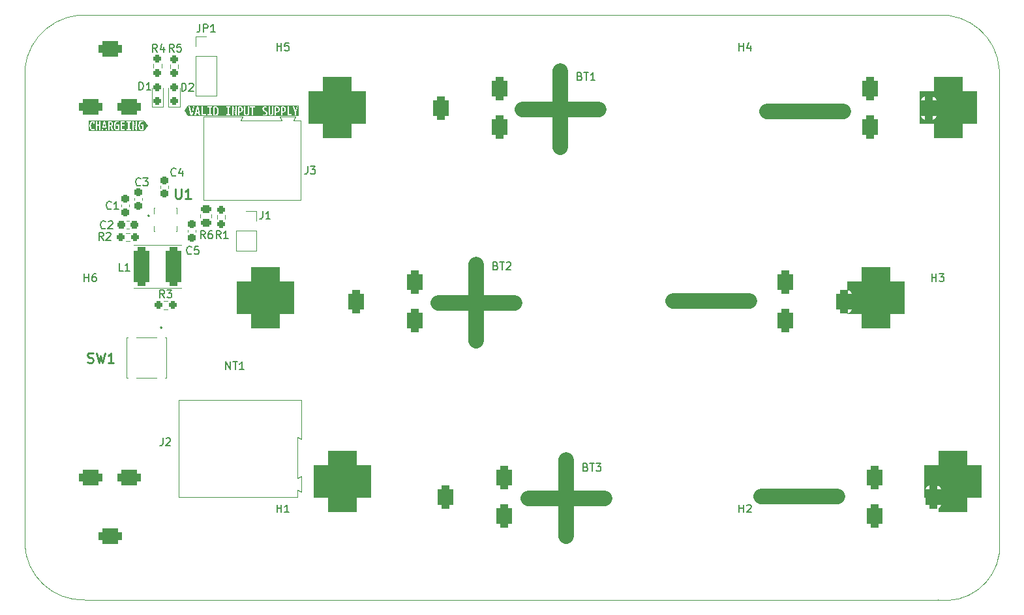
<source format=gbr>
%TF.GenerationSoftware,KiCad,Pcbnew,(6.0.7)*%
%TF.CreationDate,2022-11-15T15:08:31+02:00*%
%TF.ProjectId,Cell_Holder_Board,43656c6c-5f48-46f6-9c64-65725f426f61,rev?*%
%TF.SameCoordinates,Original*%
%TF.FileFunction,Legend,Top*%
%TF.FilePolarity,Positive*%
%FSLAX46Y46*%
G04 Gerber Fmt 4.6, Leading zero omitted, Abs format (unit mm)*
G04 Created by KiCad (PCBNEW (6.0.7)) date 2022-11-15 15:08:31*
%MOMM*%
%LPD*%
G01*
G04 APERTURE LIST*
G04 Aperture macros list*
%AMRoundRect*
0 Rectangle with rounded corners*
0 $1 Rounding radius*
0 $2 $3 $4 $5 $6 $7 $8 $9 X,Y pos of 4 corners*
0 Add a 4 corners polygon primitive as box body*
4,1,4,$2,$3,$4,$5,$6,$7,$8,$9,$2,$3,0*
0 Add four circle primitives for the rounded corners*
1,1,$1+$1,$2,$3*
1,1,$1+$1,$4,$5*
1,1,$1+$1,$6,$7*
1,1,$1+$1,$8,$9*
0 Add four rect primitives between the rounded corners*
20,1,$1+$1,$2,$3,$4,$5,0*
20,1,$1+$1,$4,$5,$6,$7,0*
20,1,$1+$1,$6,$7,$8,$9,0*
20,1,$1+$1,$8,$9,$2,$3,0*%
G04 Aperture macros list end*
%TA.AperFunction,Profile*%
%ADD10C,0.100000*%
%TD*%
%ADD11C,0.150000*%
%ADD12C,0.254000*%
%ADD13C,2.000000*%
%ADD14C,0.120000*%
%ADD15C,0.100000*%
%ADD16C,0.200000*%
%ADD17C,3.600000*%
%ADD18C,5.700000*%
%ADD19RoundRect,0.237500X-0.237500X0.250000X-0.237500X-0.250000X0.237500X-0.250000X0.237500X0.250000X0*%
%ADD20R,1.700000X1.700000*%
%ADD21O,1.700000X1.700000*%
%ADD22RoundRect,0.237500X-0.237500X0.300000X-0.237500X-0.300000X0.237500X-0.300000X0.237500X0.300000X0*%
%ADD23RoundRect,0.237500X-0.250000X-0.237500X0.250000X-0.237500X0.250000X0.237500X-0.250000X0.237500X0*%
%ADD24RoundRect,0.237500X0.237500X-0.300000X0.237500X0.300000X-0.237500X0.300000X-0.237500X-0.300000X0*%
%ADD25RoundRect,0.237500X0.237500X-0.250000X0.237500X0.250000X-0.237500X0.250000X-0.237500X-0.250000X0*%
%ADD26RoundRect,0.237500X0.300000X0.237500X-0.300000X0.237500X-0.300000X-0.237500X0.300000X-0.237500X0*%
%ADD27RoundRect,0.500000X-0.500000X-2.050000X0.500000X-2.050000X0.500000X2.050000X-0.500000X2.050000X0*%
%ADD28R,1.300000X0.250000*%
%ADD29R,0.250000X0.700000*%
%ADD30RoundRect,0.237500X0.237500X-0.287500X0.237500X0.287500X-0.237500X0.287500X-0.237500X-0.287500X0*%
%ADD31R,1.980000X3.960000*%
%ADD32O,1.980000X3.960000*%
%ADD33R,3.960000X1.980000*%
%ADD34O,3.960000X1.980000*%
%ADD35RoundRect,0.250000X-0.450000X0.262500X-0.450000X-0.262500X0.450000X-0.262500X0.450000X0.262500X0*%
%ADD36R,0.700000X1.000000*%
%ADD37C,2.450000*%
%ADD38RoundRect,1.875000X-1.875000X-2.125000X1.875000X-2.125000X1.875000X2.125000X-1.875000X2.125000X0*%
%ADD39RoundRect,0.500000X1.000000X0.500000X-1.000000X0.500000X-1.000000X-0.500000X1.000000X-0.500000X0*%
%ADD40RoundRect,0.500000X-1.000000X-0.500000X1.000000X-0.500000X1.000000X0.500000X-1.000000X0.500000X0*%
%ADD41RoundRect,0.500000X-0.500000X1.000000X-0.500000X-1.000000X0.500000X-1.000000X0.500000X1.000000X0*%
%ADD42RoundRect,0.500000X0.500000X-1.000000X0.500000X1.000000X-0.500000X1.000000X-0.500000X-1.000000X0*%
G04 APERTURE END LIST*
D10*
X157658800Y-34927400D02*
X47658800Y-34927400D01*
X165658800Y-104927400D02*
X165658800Y-41927400D01*
X157658800Y-110927402D02*
G75*
G03*
X165658800Y-104927400I1010310J6986252D01*
G01*
X39158800Y-41927400D02*
X39158800Y-103677400D01*
X165658813Y-41927399D02*
G75*
G03*
X157658800Y-34927400I-7530713J-535101D01*
G01*
X39158800Y-103677400D02*
G75*
G03*
X46908800Y-110927400I7563800J318200D01*
G01*
X46908800Y-110927400D02*
X157658800Y-110927400D01*
X47658801Y-34927391D02*
G75*
G03*
X39158800Y-41927400I-731661J-7772269D01*
G01*
D11*
%TO.C,H6*%
X46896895Y-69529780D02*
X46896895Y-68529780D01*
X46896895Y-69005971D02*
X47468323Y-69005971D01*
X47468323Y-69529780D02*
X47468323Y-68529780D01*
X48373085Y-68529780D02*
X48182609Y-68529780D01*
X48087371Y-68577400D01*
X48039752Y-68625019D01*
X47944514Y-68767876D01*
X47896895Y-68958352D01*
X47896895Y-69339304D01*
X47944514Y-69434542D01*
X47992133Y-69482161D01*
X48087371Y-69529780D01*
X48277847Y-69529780D01*
X48373085Y-69482161D01*
X48420704Y-69434542D01*
X48468323Y-69339304D01*
X48468323Y-69101209D01*
X48420704Y-69005971D01*
X48373085Y-68958352D01*
X48277847Y-68910733D01*
X48087371Y-68910733D01*
X47992133Y-68958352D01*
X47944514Y-69005971D01*
X47896895Y-69101209D01*
%TO.C,R1*%
X64603333Y-63952380D02*
X64270000Y-63476190D01*
X64031904Y-63952380D02*
X64031904Y-62952380D01*
X64412857Y-62952380D01*
X64508095Y-63000000D01*
X64555714Y-63047619D01*
X64603333Y-63142857D01*
X64603333Y-63285714D01*
X64555714Y-63380952D01*
X64508095Y-63428571D01*
X64412857Y-63476190D01*
X64031904Y-63476190D01*
X65555714Y-63952380D02*
X64984285Y-63952380D01*
X65270000Y-63952380D02*
X65270000Y-62952380D01*
X65174761Y-63095238D01*
X65079523Y-63190476D01*
X64984285Y-63238095D01*
%TO.C,JP1*%
X61879266Y-36111380D02*
X61879266Y-36825666D01*
X61831647Y-36968523D01*
X61736409Y-37063761D01*
X61593552Y-37111380D01*
X61498314Y-37111380D01*
X62355457Y-37111380D02*
X62355457Y-36111380D01*
X62736409Y-36111380D01*
X62831647Y-36159000D01*
X62879266Y-36206619D01*
X62926885Y-36301857D01*
X62926885Y-36444714D01*
X62879266Y-36539952D01*
X62831647Y-36587571D01*
X62736409Y-36635190D01*
X62355457Y-36635190D01*
X63879266Y-37111380D02*
X63307838Y-37111380D01*
X63593552Y-37111380D02*
X63593552Y-36111380D01*
X63498314Y-36254238D01*
X63403076Y-36349476D01*
X63307838Y-36397095D01*
%TO.C,C5*%
X60793333Y-65889142D02*
X60745714Y-65936761D01*
X60602857Y-65984380D01*
X60507619Y-65984380D01*
X60364761Y-65936761D01*
X60269523Y-65841523D01*
X60221904Y-65746285D01*
X60174285Y-65555809D01*
X60174285Y-65412952D01*
X60221904Y-65222476D01*
X60269523Y-65127238D01*
X60364761Y-65032000D01*
X60507619Y-64984380D01*
X60602857Y-64984380D01*
X60745714Y-65032000D01*
X60793333Y-65079619D01*
X61698095Y-64984380D02*
X61221904Y-64984380D01*
X61174285Y-65460571D01*
X61221904Y-65412952D01*
X61317142Y-65365333D01*
X61555238Y-65365333D01*
X61650476Y-65412952D01*
X61698095Y-65460571D01*
X61745714Y-65555809D01*
X61745714Y-65793904D01*
X61698095Y-65889142D01*
X61650476Y-65936761D01*
X61555238Y-65984380D01*
X61317142Y-65984380D01*
X61221904Y-65936761D01*
X61174285Y-65889142D01*
%TO.C,R2*%
X49363333Y-64155580D02*
X49030000Y-63679390D01*
X48791904Y-64155580D02*
X48791904Y-63155580D01*
X49172857Y-63155580D01*
X49268095Y-63203200D01*
X49315714Y-63250819D01*
X49363333Y-63346057D01*
X49363333Y-63488914D01*
X49315714Y-63584152D01*
X49268095Y-63631771D01*
X49172857Y-63679390D01*
X48791904Y-63679390D01*
X49744285Y-63250819D02*
X49791904Y-63203200D01*
X49887142Y-63155580D01*
X50125238Y-63155580D01*
X50220476Y-63203200D01*
X50268095Y-63250819D01*
X50315714Y-63346057D01*
X50315714Y-63441295D01*
X50268095Y-63584152D01*
X49696666Y-64155580D01*
X50315714Y-64155580D01*
%TO.C,H5*%
X71896895Y-39529780D02*
X71896895Y-38529780D01*
X71896895Y-39005971D02*
X72468323Y-39005971D01*
X72468323Y-39529780D02*
X72468323Y-38529780D01*
X73420704Y-38529780D02*
X72944514Y-38529780D01*
X72896895Y-39005971D01*
X72944514Y-38958352D01*
X73039752Y-38910733D01*
X73277847Y-38910733D01*
X73373085Y-38958352D01*
X73420704Y-39005971D01*
X73468323Y-39101209D01*
X73468323Y-39339304D01*
X73420704Y-39434542D01*
X73373085Y-39482161D01*
X73277847Y-39529780D01*
X73039752Y-39529780D01*
X72944514Y-39482161D01*
X72896895Y-39434542D01*
%TO.C,H2*%
X131896895Y-99529780D02*
X131896895Y-98529780D01*
X131896895Y-99005971D02*
X132468323Y-99005971D01*
X132468323Y-99529780D02*
X132468323Y-98529780D01*
X132896895Y-98625019D02*
X132944514Y-98577400D01*
X133039752Y-98529780D01*
X133277847Y-98529780D01*
X133373085Y-98577400D01*
X133420704Y-98625019D01*
X133468323Y-98720257D01*
X133468323Y-98815495D01*
X133420704Y-98958352D01*
X132849276Y-99529780D01*
X133468323Y-99529780D01*
%TO.C,C3*%
X54189333Y-56999142D02*
X54141714Y-57046761D01*
X53998857Y-57094380D01*
X53903619Y-57094380D01*
X53760761Y-57046761D01*
X53665523Y-56951523D01*
X53617904Y-56856285D01*
X53570285Y-56665809D01*
X53570285Y-56522952D01*
X53617904Y-56332476D01*
X53665523Y-56237238D01*
X53760761Y-56142000D01*
X53903619Y-56094380D01*
X53998857Y-56094380D01*
X54141714Y-56142000D01*
X54189333Y-56189619D01*
X54522666Y-56094380D02*
X55141714Y-56094380D01*
X54808380Y-56475333D01*
X54951238Y-56475333D01*
X55046476Y-56522952D01*
X55094095Y-56570571D01*
X55141714Y-56665809D01*
X55141714Y-56903904D01*
X55094095Y-56999142D01*
X55046476Y-57046761D01*
X54951238Y-57094380D01*
X54665523Y-57094380D01*
X54570285Y-57046761D01*
X54522666Y-56999142D01*
%TO.C,R5*%
X58507333Y-39695380D02*
X58174000Y-39219190D01*
X57935904Y-39695380D02*
X57935904Y-38695380D01*
X58316857Y-38695380D01*
X58412095Y-38743000D01*
X58459714Y-38790619D01*
X58507333Y-38885857D01*
X58507333Y-39028714D01*
X58459714Y-39123952D01*
X58412095Y-39171571D01*
X58316857Y-39219190D01*
X57935904Y-39219190D01*
X59412095Y-38695380D02*
X58935904Y-38695380D01*
X58888285Y-39171571D01*
X58935904Y-39123952D01*
X59031142Y-39076333D01*
X59269238Y-39076333D01*
X59364476Y-39123952D01*
X59412095Y-39171571D01*
X59459714Y-39266809D01*
X59459714Y-39504904D01*
X59412095Y-39600142D01*
X59364476Y-39647761D01*
X59269238Y-39695380D01*
X59031142Y-39695380D01*
X58935904Y-39647761D01*
X58888285Y-39600142D01*
%TO.C,J1*%
X70024666Y-60412380D02*
X70024666Y-61126666D01*
X69977047Y-61269523D01*
X69881809Y-61364761D01*
X69738952Y-61412380D01*
X69643714Y-61412380D01*
X71024666Y-61412380D02*
X70453238Y-61412380D01*
X70738952Y-61412380D02*
X70738952Y-60412380D01*
X70643714Y-60555238D01*
X70548476Y-60650476D01*
X70453238Y-60698095D01*
%TO.C,C2*%
X49617333Y-62587142D02*
X49569714Y-62634761D01*
X49426857Y-62682380D01*
X49331619Y-62682380D01*
X49188761Y-62634761D01*
X49093523Y-62539523D01*
X49045904Y-62444285D01*
X48998285Y-62253809D01*
X48998285Y-62110952D01*
X49045904Y-61920476D01*
X49093523Y-61825238D01*
X49188761Y-61730000D01*
X49331619Y-61682380D01*
X49426857Y-61682380D01*
X49569714Y-61730000D01*
X49617333Y-61777619D01*
X49998285Y-61777619D02*
X50045904Y-61730000D01*
X50141142Y-61682380D01*
X50379238Y-61682380D01*
X50474476Y-61730000D01*
X50522095Y-61777619D01*
X50569714Y-61872857D01*
X50569714Y-61968095D01*
X50522095Y-62110952D01*
X49950666Y-62682380D01*
X50569714Y-62682380D01*
%TO.C,L1*%
X51903333Y-68168780D02*
X51427142Y-68168780D01*
X51427142Y-67168780D01*
X52760476Y-68168780D02*
X52189047Y-68168780D01*
X52474761Y-68168780D02*
X52474761Y-67168780D01*
X52379523Y-67311638D01*
X52284285Y-67406876D01*
X52189047Y-67454495D01*
D12*
%TO.C,U1*%
X58722380Y-57470523D02*
X58722380Y-58498619D01*
X58782857Y-58619571D01*
X58843333Y-58680047D01*
X58964285Y-58740523D01*
X59206190Y-58740523D01*
X59327142Y-58680047D01*
X59387619Y-58619571D01*
X59448095Y-58498619D01*
X59448095Y-57470523D01*
X60718095Y-58740523D02*
X59992380Y-58740523D01*
X60355238Y-58740523D02*
X60355238Y-57470523D01*
X60234285Y-57651952D01*
X60113333Y-57772904D01*
X59992380Y-57833380D01*
D11*
%TO.C,D1*%
X53998904Y-44634380D02*
X53998904Y-43634380D01*
X54237000Y-43634380D01*
X54379857Y-43682000D01*
X54475095Y-43777238D01*
X54522714Y-43872476D01*
X54570333Y-44062952D01*
X54570333Y-44205809D01*
X54522714Y-44396285D01*
X54475095Y-44491523D01*
X54379857Y-44586761D01*
X54237000Y-44634380D01*
X53998904Y-44634380D01*
X55522714Y-44634380D02*
X54951285Y-44634380D01*
X55237000Y-44634380D02*
X55237000Y-43634380D01*
X55141761Y-43777238D01*
X55046523Y-43872476D01*
X54951285Y-43920095D01*
%TO.C,J2*%
X57070666Y-89876380D02*
X57070666Y-90590666D01*
X57023047Y-90733523D01*
X56927809Y-90828761D01*
X56784952Y-90876380D01*
X56689714Y-90876380D01*
X57499238Y-89971619D02*
X57546857Y-89924000D01*
X57642095Y-89876380D01*
X57880190Y-89876380D01*
X57975428Y-89924000D01*
X58023047Y-89971619D01*
X58070666Y-90066857D01*
X58070666Y-90162095D01*
X58023047Y-90304952D01*
X57451619Y-90876380D01*
X58070666Y-90876380D01*
%TO.C,C1*%
X50379333Y-60047142D02*
X50331714Y-60094761D01*
X50188857Y-60142380D01*
X50093619Y-60142380D01*
X49950761Y-60094761D01*
X49855523Y-59999523D01*
X49807904Y-59904285D01*
X49760285Y-59713809D01*
X49760285Y-59570952D01*
X49807904Y-59380476D01*
X49855523Y-59285238D01*
X49950761Y-59190000D01*
X50093619Y-59142380D01*
X50188857Y-59142380D01*
X50331714Y-59190000D01*
X50379333Y-59237619D01*
X51331714Y-60142380D02*
X50760285Y-60142380D01*
X51046000Y-60142380D02*
X51046000Y-59142380D01*
X50950761Y-59285238D01*
X50855523Y-59380476D01*
X50760285Y-59428095D01*
%TO.C,H1*%
X71896895Y-99529780D02*
X71896895Y-98529780D01*
X71896895Y-99005971D02*
X72468323Y-99005971D01*
X72468323Y-99529780D02*
X72468323Y-98529780D01*
X73468323Y-99529780D02*
X72896895Y-99529780D01*
X73182609Y-99529780D02*
X73182609Y-98529780D01*
X73087371Y-98672638D01*
X72992133Y-98767876D01*
X72896895Y-98815495D01*
%TO.C,H3*%
X156896895Y-69529780D02*
X156896895Y-68529780D01*
X156896895Y-69005971D02*
X157468323Y-69005971D01*
X157468323Y-69529780D02*
X157468323Y-68529780D01*
X157849276Y-68529780D02*
X158468323Y-68529780D01*
X158134990Y-68910733D01*
X158277847Y-68910733D01*
X158373085Y-68958352D01*
X158420704Y-69005971D01*
X158468323Y-69101209D01*
X158468323Y-69339304D01*
X158420704Y-69434542D01*
X158373085Y-69482161D01*
X158277847Y-69529780D01*
X157992133Y-69529780D01*
X157896895Y-69482161D01*
X157849276Y-69434542D01*
%TO.C,C4*%
X58761333Y-55729142D02*
X58713714Y-55776761D01*
X58570857Y-55824380D01*
X58475619Y-55824380D01*
X58332761Y-55776761D01*
X58237523Y-55681523D01*
X58189904Y-55586285D01*
X58142285Y-55395809D01*
X58142285Y-55252952D01*
X58189904Y-55062476D01*
X58237523Y-54967238D01*
X58332761Y-54872000D01*
X58475619Y-54824380D01*
X58570857Y-54824380D01*
X58713714Y-54872000D01*
X58761333Y-54919619D01*
X59618476Y-55157714D02*
X59618476Y-55824380D01*
X59380380Y-54776761D02*
X59142285Y-55491047D01*
X59761333Y-55491047D01*
%TO.C,J3*%
X75866666Y-54570380D02*
X75866666Y-55284666D01*
X75819047Y-55427523D01*
X75723809Y-55522761D01*
X75580952Y-55570380D01*
X75485714Y-55570380D01*
X76247619Y-54570380D02*
X76866666Y-54570380D01*
X76533333Y-54951333D01*
X76676190Y-54951333D01*
X76771428Y-54998952D01*
X76819047Y-55046571D01*
X76866666Y-55141809D01*
X76866666Y-55379904D01*
X76819047Y-55475142D01*
X76771428Y-55522761D01*
X76676190Y-55570380D01*
X76390476Y-55570380D01*
X76295238Y-55522761D01*
X76247619Y-55475142D01*
%TO.C,R3*%
X57288133Y-71640980D02*
X56954800Y-71164790D01*
X56716704Y-71640980D02*
X56716704Y-70640980D01*
X57097657Y-70640980D01*
X57192895Y-70688600D01*
X57240514Y-70736219D01*
X57288133Y-70831457D01*
X57288133Y-70974314D01*
X57240514Y-71069552D01*
X57192895Y-71117171D01*
X57097657Y-71164790D01*
X56716704Y-71164790D01*
X57621466Y-70640980D02*
X58240514Y-70640980D01*
X57907180Y-71021933D01*
X58050038Y-71021933D01*
X58145276Y-71069552D01*
X58192895Y-71117171D01*
X58240514Y-71212409D01*
X58240514Y-71450504D01*
X58192895Y-71545742D01*
X58145276Y-71593361D01*
X58050038Y-71640980D01*
X57764323Y-71640980D01*
X57669085Y-71593361D01*
X57621466Y-71545742D01*
%TO.C,R6*%
X62571333Y-63952380D02*
X62238000Y-63476190D01*
X61999904Y-63952380D02*
X61999904Y-62952380D01*
X62380857Y-62952380D01*
X62476095Y-63000000D01*
X62523714Y-63047619D01*
X62571333Y-63142857D01*
X62571333Y-63285714D01*
X62523714Y-63380952D01*
X62476095Y-63428571D01*
X62380857Y-63476190D01*
X61999904Y-63476190D01*
X63428476Y-62952380D02*
X63238000Y-62952380D01*
X63142761Y-63000000D01*
X63095142Y-63047619D01*
X62999904Y-63190476D01*
X62952285Y-63380952D01*
X62952285Y-63761904D01*
X62999904Y-63857142D01*
X63047523Y-63904761D01*
X63142761Y-63952380D01*
X63333238Y-63952380D01*
X63428476Y-63904761D01*
X63476095Y-63857142D01*
X63523714Y-63761904D01*
X63523714Y-63523809D01*
X63476095Y-63428571D01*
X63428476Y-63380952D01*
X63333238Y-63333333D01*
X63142761Y-63333333D01*
X63047523Y-63380952D01*
X62999904Y-63428571D01*
X62952285Y-63523809D01*
D12*
%TO.C,SW1*%
X47328666Y-80016047D02*
X47510095Y-80076523D01*
X47812476Y-80076523D01*
X47933428Y-80016047D01*
X47993904Y-79955571D01*
X48054380Y-79834619D01*
X48054380Y-79713666D01*
X47993904Y-79592714D01*
X47933428Y-79532238D01*
X47812476Y-79471761D01*
X47570571Y-79411285D01*
X47449619Y-79350809D01*
X47389142Y-79290333D01*
X47328666Y-79169380D01*
X47328666Y-79048428D01*
X47389142Y-78927476D01*
X47449619Y-78867000D01*
X47570571Y-78806523D01*
X47872952Y-78806523D01*
X48054380Y-78867000D01*
X48477714Y-78806523D02*
X48780095Y-80076523D01*
X49022000Y-79169380D01*
X49263904Y-80076523D01*
X49566285Y-78806523D01*
X50715333Y-80076523D02*
X49989619Y-80076523D01*
X50352476Y-80076523D02*
X50352476Y-78806523D01*
X50231523Y-78987952D01*
X50110571Y-79108904D01*
X49989619Y-79169380D01*
D11*
%TO.C,H4*%
X131896895Y-39529780D02*
X131896895Y-38529780D01*
X131896895Y-39005971D02*
X132468323Y-39005971D01*
X132468323Y-39529780D02*
X132468323Y-38529780D01*
X133373085Y-38863114D02*
X133373085Y-39529780D01*
X133134990Y-38482161D02*
X132896895Y-39196447D01*
X133515942Y-39196447D01*
%TO.C,D2*%
X59536104Y-44775380D02*
X59536104Y-43775380D01*
X59774200Y-43775380D01*
X59917057Y-43823000D01*
X60012295Y-43918238D01*
X60059914Y-44013476D01*
X60107533Y-44203952D01*
X60107533Y-44346809D01*
X60059914Y-44537285D01*
X60012295Y-44632523D01*
X59917057Y-44727761D01*
X59774200Y-44775380D01*
X59536104Y-44775380D01*
X60488485Y-43870619D02*
X60536104Y-43823000D01*
X60631342Y-43775380D01*
X60869438Y-43775380D01*
X60964676Y-43823000D01*
X61012295Y-43870619D01*
X61059914Y-43965857D01*
X61059914Y-44061095D01*
X61012295Y-44203952D01*
X60440866Y-44775380D01*
X61059914Y-44775380D01*
%TO.C,NT1*%
X65278142Y-80970380D02*
X65278142Y-79970380D01*
X65849571Y-80970380D01*
X65849571Y-79970380D01*
X66182904Y-79970380D02*
X66754333Y-79970380D01*
X66468619Y-80970380D02*
X66468619Y-79970380D01*
X67611476Y-80970380D02*
X67040047Y-80970380D01*
X67325761Y-80970380D02*
X67325761Y-79970380D01*
X67230523Y-80113238D01*
X67135285Y-80208476D01*
X67040047Y-80256095D01*
%TO.C,BT3*%
X111990285Y-93654571D02*
X112133142Y-93702190D01*
X112180761Y-93749809D01*
X112228380Y-93845047D01*
X112228380Y-93987904D01*
X112180761Y-94083142D01*
X112133142Y-94130761D01*
X112037904Y-94178380D01*
X111656952Y-94178380D01*
X111656952Y-93178380D01*
X111990285Y-93178380D01*
X112085523Y-93226000D01*
X112133142Y-93273619D01*
X112180761Y-93368857D01*
X112180761Y-93464095D01*
X112133142Y-93559333D01*
X112085523Y-93606952D01*
X111990285Y-93654571D01*
X111656952Y-93654571D01*
X112514095Y-93178380D02*
X113085523Y-93178380D01*
X112799809Y-94178380D02*
X112799809Y-93178380D01*
X113323619Y-93178380D02*
X113942666Y-93178380D01*
X113609333Y-93559333D01*
X113752190Y-93559333D01*
X113847428Y-93606952D01*
X113895047Y-93654571D01*
X113942666Y-93749809D01*
X113942666Y-93987904D01*
X113895047Y-94083142D01*
X113847428Y-94130761D01*
X113752190Y-94178380D01*
X113466476Y-94178380D01*
X113371238Y-94130761D01*
X113323619Y-94083142D01*
D13*
X104521619Y-97702571D02*
X114426380Y-97702571D01*
X109474000Y-102654952D02*
X109474000Y-92750190D01*
X134747619Y-97448571D02*
X144652380Y-97448571D01*
D11*
%TO.C,BT1*%
X111228285Y-42854571D02*
X111371142Y-42902190D01*
X111418761Y-42949809D01*
X111466380Y-43045047D01*
X111466380Y-43187904D01*
X111418761Y-43283142D01*
X111371142Y-43330761D01*
X111275904Y-43378380D01*
X110894952Y-43378380D01*
X110894952Y-42378380D01*
X111228285Y-42378380D01*
X111323523Y-42426000D01*
X111371142Y-42473619D01*
X111418761Y-42568857D01*
X111418761Y-42664095D01*
X111371142Y-42759333D01*
X111323523Y-42806952D01*
X111228285Y-42854571D01*
X110894952Y-42854571D01*
X111752095Y-42378380D02*
X112323523Y-42378380D01*
X112037809Y-43378380D02*
X112037809Y-42378380D01*
X113180666Y-43378380D02*
X112609238Y-43378380D01*
X112894952Y-43378380D02*
X112894952Y-42378380D01*
X112799714Y-42521238D01*
X112704476Y-42616476D01*
X112609238Y-42664095D01*
D13*
X103759619Y-47156571D02*
X113664380Y-47156571D01*
X108712000Y-52108952D02*
X108712000Y-42204190D01*
X135509619Y-47410571D02*
X145414380Y-47410571D01*
D11*
%TO.C,R4*%
X56348333Y-39695380D02*
X56015000Y-39219190D01*
X55776904Y-39695380D02*
X55776904Y-38695380D01*
X56157857Y-38695380D01*
X56253095Y-38743000D01*
X56300714Y-38790619D01*
X56348333Y-38885857D01*
X56348333Y-39028714D01*
X56300714Y-39123952D01*
X56253095Y-39171571D01*
X56157857Y-39219190D01*
X55776904Y-39219190D01*
X57205476Y-39028714D02*
X57205476Y-39695380D01*
X56967380Y-38647761D02*
X56729285Y-39362047D01*
X57348333Y-39362047D01*
%TO.C,BT2*%
X100306285Y-67492571D02*
X100449142Y-67540190D01*
X100496761Y-67587809D01*
X100544380Y-67683047D01*
X100544380Y-67825904D01*
X100496761Y-67921142D01*
X100449142Y-67968761D01*
X100353904Y-68016380D01*
X99972952Y-68016380D01*
X99972952Y-67016380D01*
X100306285Y-67016380D01*
X100401523Y-67064000D01*
X100449142Y-67111619D01*
X100496761Y-67206857D01*
X100496761Y-67302095D01*
X100449142Y-67397333D01*
X100401523Y-67444952D01*
X100306285Y-67492571D01*
X99972952Y-67492571D01*
X100830095Y-67016380D02*
X101401523Y-67016380D01*
X101115809Y-68016380D02*
X101115809Y-67016380D01*
X101687238Y-67111619D02*
X101734857Y-67064000D01*
X101830095Y-67016380D01*
X102068190Y-67016380D01*
X102163428Y-67064000D01*
X102211047Y-67111619D01*
X102258666Y-67206857D01*
X102258666Y-67302095D01*
X102211047Y-67444952D01*
X101639619Y-68016380D01*
X102258666Y-68016380D01*
D13*
X123317619Y-72048571D02*
X133222380Y-72048571D01*
X92837619Y-72302571D02*
X102742380Y-72302571D01*
X97790000Y-77254952D02*
X97790000Y-67350190D01*
%TO.C,kibuzzard-63738EBD*%
G36*
X47476833Y-48581469D02*
G01*
X54676146Y-48581469D01*
X55139167Y-49276000D01*
X54676146Y-49970531D01*
X47476833Y-49970531D01*
X47476833Y-49260125D01*
X47576052Y-49260125D01*
X47582328Y-49403372D01*
X47601154Y-49527520D01*
X47632532Y-49632567D01*
X47676461Y-49718516D01*
X47732942Y-49785364D01*
X47801973Y-49833113D01*
X47883556Y-49861763D01*
X47977690Y-49871313D01*
X48083655Y-49861391D01*
X48102784Y-49855438D01*
X48377740Y-49855438D01*
X48550777Y-49855438D01*
X48550777Y-49299813D01*
X48833352Y-49299813D01*
X48833352Y-49855438D01*
X49012740Y-49855438D01*
X49111165Y-49855438D01*
X49288965Y-49855438D01*
X49349290Y-49550638D01*
X49620752Y-49550638D01*
X49681077Y-49855438D01*
X49865227Y-49855438D01*
X49976352Y-49855438D01*
X50154152Y-49855438D01*
X50154152Y-49374425D01*
X50216065Y-49374425D01*
X50312108Y-49405381D01*
X50342469Y-49450030D01*
X50368465Y-49522063D01*
X50460540Y-49855438D01*
X50643102Y-49855438D01*
X50544677Y-49531588D01*
X50493877Y-49406969D01*
X50433552Y-49328388D01*
X50433552Y-49325213D01*
X50511340Y-49279770D01*
X50521365Y-49268062D01*
X50735177Y-49268062D01*
X50741378Y-49409449D01*
X50759982Y-49531984D01*
X50790988Y-49635668D01*
X50834396Y-49720500D01*
X50890206Y-49786480D01*
X50958419Y-49833609D01*
X51039035Y-49861887D01*
X51132052Y-49871313D01*
X51226949Y-49865139D01*
X51274068Y-49855438D01*
X51595602Y-49855438D01*
X52151227Y-49855438D01*
X52394115Y-49855438D01*
X52933865Y-49855438D01*
X53156115Y-49855438D01*
X53330740Y-49855438D01*
X53330740Y-49014062D01*
X53333915Y-49014062D01*
X53581565Y-49855438D01*
X53759365Y-49855438D01*
X53759365Y-49268062D01*
X53910177Y-49268062D01*
X53916378Y-49409449D01*
X53934982Y-49531984D01*
X53965988Y-49635668D01*
X54009396Y-49720500D01*
X54065206Y-49786480D01*
X54133419Y-49833609D01*
X54214035Y-49861887D01*
X54307052Y-49871313D01*
X54401949Y-49865139D01*
X54491908Y-49846618D01*
X54576927Y-49815750D01*
X54576927Y-49164875D01*
X54207040Y-49164875D01*
X54207040Y-49299813D01*
X54407065Y-49299813D01*
X54407065Y-49715738D01*
X54311815Y-49734788D01*
X54214977Y-49707800D01*
X54143540Y-49626838D01*
X54110908Y-49538996D01*
X54091328Y-49419404D01*
X54084802Y-49268062D01*
X54091681Y-49120160D01*
X54112319Y-49004537D01*
X54146715Y-48921194D01*
X54225693Y-48845589D01*
X54338802Y-48820387D01*
X54436036Y-48829912D01*
X54537240Y-48858487D01*
X54537240Y-48715612D01*
X54440005Y-48689419D01*
X54338802Y-48680687D01*
X54207833Y-48696386D01*
X54100677Y-48743482D01*
X54017333Y-48821975D01*
X53970452Y-48902838D01*
X53936966Y-49004141D01*
X53916874Y-49125882D01*
X53910177Y-49268062D01*
X53759365Y-49268062D01*
X53759365Y-48696562D01*
X53592677Y-48696562D01*
X53592677Y-49537938D01*
X53587915Y-49537938D01*
X53340265Y-48696562D01*
X53156115Y-48696562D01*
X53156115Y-49855438D01*
X52933865Y-49855438D01*
X52933865Y-49717325D01*
X52756065Y-49717325D01*
X52756065Y-48834675D01*
X52933865Y-48834675D01*
X52933865Y-48696562D01*
X52394115Y-48696562D01*
X52394115Y-48834675D01*
X52571915Y-48834675D01*
X52571915Y-49717325D01*
X52394115Y-49717325D01*
X52394115Y-49855438D01*
X52151227Y-49855438D01*
X52151227Y-49717325D01*
X51773402Y-49717325D01*
X51773402Y-49299813D01*
X52135352Y-49299813D01*
X52135352Y-49164875D01*
X51773402Y-49164875D01*
X51773402Y-48834675D01*
X52151227Y-48834675D01*
X52151227Y-48696562D01*
X51595602Y-48696562D01*
X51595602Y-49855438D01*
X51274068Y-49855438D01*
X51316908Y-49846618D01*
X51401927Y-49815750D01*
X51401927Y-49164875D01*
X51032040Y-49164875D01*
X51032040Y-49299813D01*
X51232065Y-49299813D01*
X51232065Y-49715738D01*
X51136815Y-49734788D01*
X51039977Y-49707800D01*
X50968540Y-49626838D01*
X50935908Y-49538996D01*
X50916328Y-49419404D01*
X50909802Y-49268062D01*
X50916681Y-49120160D01*
X50937319Y-49004537D01*
X50971715Y-48921194D01*
X51050693Y-48845589D01*
X51163802Y-48820387D01*
X51261036Y-48829912D01*
X51362240Y-48858487D01*
X51362240Y-48715612D01*
X51265005Y-48689419D01*
X51163802Y-48680687D01*
X51032833Y-48696386D01*
X50925677Y-48743482D01*
X50842333Y-48821975D01*
X50795452Y-48902838D01*
X50761966Y-49004141D01*
X50741874Y-49125882D01*
X50735177Y-49268062D01*
X50521365Y-49268062D01*
X50566902Y-49214881D01*
X50600240Y-49130545D01*
X50611352Y-49026762D01*
X50601562Y-48917842D01*
X50572194Y-48830265D01*
X50523246Y-48764031D01*
X50453308Y-48717729D01*
X50360968Y-48689948D01*
X50246227Y-48680687D01*
X50154858Y-48684215D01*
X50064899Y-48694799D01*
X49976352Y-48712437D01*
X49976352Y-49855438D01*
X49865227Y-49855438D01*
X49590590Y-48696562D01*
X49384215Y-48696562D01*
X49111165Y-49855438D01*
X49012740Y-49855438D01*
X49012740Y-48696562D01*
X48833352Y-48696562D01*
X48833352Y-49164875D01*
X48550777Y-49164875D01*
X48550777Y-48696562D01*
X48377740Y-48696562D01*
X48377740Y-49855438D01*
X48102784Y-49855438D01*
X48179302Y-49831625D01*
X48179302Y-49685575D01*
X48088815Y-49722484D01*
X48004677Y-49734788D01*
X47927066Y-49721602D01*
X47863566Y-49682047D01*
X47814177Y-49616122D01*
X47778899Y-49523826D01*
X47757733Y-49405161D01*
X47750677Y-49260125D01*
X47757071Y-49125761D01*
X47776253Y-49015826D01*
X47808224Y-48930322D01*
X47852983Y-48869247D01*
X47910530Y-48832602D01*
X47980865Y-48820387D01*
X48017377Y-48826737D01*
X48017377Y-49074387D01*
X48187240Y-49074387D01*
X48187240Y-48715612D01*
X48086036Y-48689419D01*
X47972927Y-48680687D01*
X47879910Y-48689741D01*
X47799294Y-48716902D01*
X47731081Y-48762171D01*
X47675271Y-48825547D01*
X47631863Y-48907030D01*
X47600857Y-49006621D01*
X47582253Y-49124319D01*
X47576052Y-49260125D01*
X47476833Y-49260125D01*
X47476833Y-48581469D01*
G37*
G36*
X49593765Y-49415700D02*
G01*
X49376277Y-49415700D01*
X49484227Y-48871187D01*
X49485815Y-48871187D01*
X49593765Y-49415700D01*
G37*
G36*
X50330761Y-48831302D02*
G01*
X50390690Y-48868806D01*
X50426408Y-48933298D01*
X50438315Y-49026762D01*
X50425615Y-49124394D01*
X50387515Y-49188687D01*
X50319252Y-49224406D01*
X50216065Y-49236312D01*
X50154152Y-49236312D01*
X50154152Y-48831500D01*
X50246227Y-48818800D01*
X50330761Y-48831302D01*
G37*
%TO.C,kibuzzard-63738E7A*%
G36*
X59871240Y-47371000D02*
G01*
X60257531Y-46791562D01*
X60433479Y-46791562D01*
X60690654Y-47950438D01*
X60897029Y-47950438D01*
X61211354Y-47950438D01*
X61389154Y-47950438D01*
X61449479Y-47645638D01*
X61720942Y-47645638D01*
X61781267Y-47950438D01*
X61965417Y-47950438D01*
X62136867Y-47950438D01*
X62684554Y-47950438D01*
X62906804Y-47950438D01*
X63446554Y-47950438D01*
X63446554Y-47934563D01*
X63656104Y-47934563D01*
X63775564Y-47958375D01*
X63905342Y-47966313D01*
X64037104Y-47952620D01*
X64042585Y-47950438D01*
X65288054Y-47950438D01*
X65827804Y-47950438D01*
X66050054Y-47950438D01*
X66224679Y-47950438D01*
X66224679Y-47109062D01*
X66227854Y-47109062D01*
X66475504Y-47950438D01*
X66653304Y-47950438D01*
X66846979Y-47950438D01*
X67024779Y-47950438D01*
X67024779Y-47648813D01*
X67621679Y-47648813D01*
X67629881Y-47752176D01*
X67654488Y-47833668D01*
X67695498Y-47893288D01*
X67755382Y-47933857D01*
X67836609Y-47958199D01*
X67939179Y-47966313D01*
X68041749Y-47958199D01*
X68122976Y-47933857D01*
X68182860Y-47893288D01*
X68223871Y-47833668D01*
X68248477Y-47752176D01*
X68256679Y-47648813D01*
X68256679Y-46929675D01*
X68407492Y-46929675D01*
X68644029Y-46929675D01*
X68644029Y-47950438D01*
X68821829Y-47950438D01*
X68821829Y-47077312D01*
X70018804Y-47077312D01*
X70035274Y-47190025D01*
X70084685Y-47283687D01*
X70139278Y-47338721D01*
X70215213Y-47391638D01*
X70312492Y-47442438D01*
X70380556Y-47483316D01*
X70425998Y-47529750D01*
X70451596Y-47586106D01*
X70460129Y-47656750D01*
X70449017Y-47730767D01*
X70415679Y-47784544D01*
X70362498Y-47817286D01*
X70291854Y-47828200D01*
X70198897Y-47816735D01*
X70110526Y-47782339D01*
X70026742Y-47725013D01*
X70026742Y-47890113D01*
X70108233Y-47932446D01*
X70198192Y-47957846D01*
X70296617Y-47966313D01*
X70419489Y-47953613D01*
X70515057Y-47915513D01*
X70583319Y-47852013D01*
X70624277Y-47763113D01*
X70637929Y-47648813D01*
X70796679Y-47648813D01*
X70804881Y-47752176D01*
X70829488Y-47833668D01*
X70870498Y-47893288D01*
X70930382Y-47933857D01*
X71011609Y-47958199D01*
X71114179Y-47966313D01*
X71216749Y-47958199D01*
X71242647Y-47950438D01*
X71609479Y-47950438D01*
X71787279Y-47950438D01*
X72403229Y-47950438D01*
X72581029Y-47950438D01*
X73249367Y-47950438D01*
X73797054Y-47950438D01*
X73797054Y-47812325D01*
X73427167Y-47812325D01*
X73427167Y-46791562D01*
X73927229Y-46791562D01*
X74198692Y-47502763D01*
X74198692Y-47950438D01*
X74378079Y-47950438D01*
X74378079Y-47502763D01*
X74649542Y-46791562D01*
X74463804Y-46791562D01*
X74292354Y-47331312D01*
X74289179Y-47331312D01*
X74119317Y-46791562D01*
X73927229Y-46791562D01*
X73427167Y-46791562D01*
X73249367Y-46791562D01*
X73249367Y-47950438D01*
X72581029Y-47950438D01*
X72581029Y-47553563D01*
X72673104Y-47561500D01*
X72786258Y-47550917D01*
X72878068Y-47519167D01*
X72948535Y-47466250D01*
X72998365Y-47390226D01*
X73028263Y-47289156D01*
X73038229Y-47163037D01*
X73028528Y-47039124D01*
X72999424Y-46940435D01*
X72950917Y-46866969D01*
X72881243Y-46816257D01*
X72788639Y-46785830D01*
X72673104Y-46775687D01*
X72581735Y-46779215D01*
X72491776Y-46789799D01*
X72403229Y-46807437D01*
X72403229Y-47950438D01*
X71787279Y-47950438D01*
X71787279Y-47553563D01*
X71879354Y-47561500D01*
X71992508Y-47550917D01*
X72084318Y-47519167D01*
X72154785Y-47466250D01*
X72204615Y-47390226D01*
X72234513Y-47289156D01*
X72244479Y-47163037D01*
X72234778Y-47039124D01*
X72205674Y-46940435D01*
X72157167Y-46866969D01*
X72087493Y-46816257D01*
X71994889Y-46785830D01*
X71879354Y-46775687D01*
X71787985Y-46779215D01*
X71698026Y-46789799D01*
X71609479Y-46807437D01*
X71609479Y-47950438D01*
X71242647Y-47950438D01*
X71297976Y-47933857D01*
X71357860Y-47893288D01*
X71398871Y-47833668D01*
X71423477Y-47752176D01*
X71431679Y-47648813D01*
X71431679Y-46791562D01*
X71258642Y-46791562D01*
X71258642Y-47617063D01*
X71250704Y-47720845D01*
X71226892Y-47784544D01*
X71117354Y-47828200D01*
X71051076Y-47817088D01*
X71007817Y-47783750D01*
X70984004Y-47719853D01*
X70976067Y-47617063D01*
X70976067Y-46791562D01*
X70796679Y-46791562D01*
X70796679Y-47648813D01*
X70637929Y-47648813D01*
X70620864Y-47526178D01*
X70569667Y-47428150D01*
X70511635Y-47371529D01*
X70428556Y-47315967D01*
X70320429Y-47261462D01*
X70249874Y-47214014D01*
X70207540Y-47149985D01*
X70193429Y-47069375D01*
X70204542Y-47004287D01*
X70237879Y-46955075D01*
X70290664Y-46924119D01*
X70360117Y-46913800D01*
X70483545Y-46930866D01*
X70606179Y-46982062D01*
X70606179Y-46823312D01*
X70520807Y-46796854D01*
X70431907Y-46780979D01*
X70339479Y-46775687D01*
X70244670Y-46784507D01*
X70165560Y-46810965D01*
X70102148Y-46855062D01*
X70039640Y-46950312D01*
X70018804Y-47077312D01*
X68821829Y-47077312D01*
X68821829Y-46929675D01*
X69058367Y-46929675D01*
X69058367Y-46791562D01*
X68407492Y-46791562D01*
X68407492Y-46929675D01*
X68256679Y-46929675D01*
X68256679Y-46791562D01*
X68083642Y-46791562D01*
X68083642Y-47617063D01*
X68075704Y-47720845D01*
X68051892Y-47784544D01*
X67942354Y-47828200D01*
X67876076Y-47817088D01*
X67832817Y-47783750D01*
X67809004Y-47719853D01*
X67801067Y-47617063D01*
X67801067Y-46791562D01*
X67621679Y-46791562D01*
X67621679Y-47648813D01*
X67024779Y-47648813D01*
X67024779Y-47553563D01*
X67116854Y-47561500D01*
X67230008Y-47550917D01*
X67321818Y-47519167D01*
X67392285Y-47466250D01*
X67442115Y-47390226D01*
X67472013Y-47289156D01*
X67481979Y-47163037D01*
X67472278Y-47039124D01*
X67443174Y-46940435D01*
X67394667Y-46866969D01*
X67324993Y-46816257D01*
X67232389Y-46785830D01*
X67116854Y-46775687D01*
X67025485Y-46779215D01*
X66935526Y-46789799D01*
X66846979Y-46807437D01*
X66846979Y-47950438D01*
X66653304Y-47950438D01*
X66653304Y-46791562D01*
X66486617Y-46791562D01*
X66486617Y-47632938D01*
X66481854Y-47632938D01*
X66234204Y-46791562D01*
X66050054Y-46791562D01*
X66050054Y-47950438D01*
X65827804Y-47950438D01*
X65827804Y-47812325D01*
X65650004Y-47812325D01*
X65650004Y-46929675D01*
X65827804Y-46929675D01*
X65827804Y-46791562D01*
X65288054Y-46791562D01*
X65288054Y-46929675D01*
X65465854Y-46929675D01*
X65465854Y-47812325D01*
X65288054Y-47812325D01*
X65288054Y-47950438D01*
X64042585Y-47950438D01*
X64140292Y-47911544D01*
X64218674Y-47836733D01*
X64276023Y-47721838D01*
X64302040Y-47621119D01*
X64317651Y-47498882D01*
X64322854Y-47355125D01*
X64316752Y-47206743D01*
X64298446Y-47082273D01*
X64267937Y-46981715D01*
X64225223Y-46905069D01*
X64146289Y-46833190D01*
X64039662Y-46790063D01*
X63905342Y-46775687D01*
X63780326Y-46783625D01*
X63656104Y-46807437D01*
X63656104Y-47934563D01*
X63446554Y-47934563D01*
X63446554Y-47812325D01*
X63268754Y-47812325D01*
X63268754Y-46929675D01*
X63446554Y-46929675D01*
X63446554Y-46791562D01*
X62906804Y-46791562D01*
X62906804Y-46929675D01*
X63084604Y-46929675D01*
X63084604Y-47812325D01*
X62906804Y-47812325D01*
X62906804Y-47950438D01*
X62684554Y-47950438D01*
X62684554Y-47812325D01*
X62314667Y-47812325D01*
X62314667Y-46791562D01*
X62136867Y-46791562D01*
X62136867Y-47950438D01*
X61965417Y-47950438D01*
X61690779Y-46791562D01*
X61484404Y-46791562D01*
X61211354Y-47950438D01*
X60897029Y-47950438D01*
X61155792Y-46791562D01*
X60979579Y-46791562D01*
X60798604Y-47791688D01*
X60797017Y-47791688D01*
X60616042Y-46791562D01*
X60433479Y-46791562D01*
X60257531Y-46791562D01*
X60334260Y-46676469D01*
X74748760Y-46676469D01*
X74748760Y-48065531D01*
X60334260Y-48065531D01*
X59871240Y-47371000D01*
G37*
G36*
X64015276Y-46938406D02*
G01*
X64091079Y-47012225D01*
X64123711Y-47094069D01*
X64143290Y-47208369D01*
X64149817Y-47355125D01*
X64143378Y-47517226D01*
X64124064Y-47641581D01*
X64091873Y-47728188D01*
X64016268Y-47804388D01*
X63905342Y-47829788D01*
X63833904Y-47815500D01*
X63833904Y-46928087D01*
X63905342Y-46913800D01*
X64015276Y-46938406D01*
G37*
G36*
X61693954Y-47510700D02*
G01*
X61476467Y-47510700D01*
X61584417Y-46966187D01*
X61586004Y-46966187D01*
X61693954Y-47510700D01*
G37*
G36*
X67202381Y-46928484D02*
G01*
X67262110Y-46972537D01*
X67297234Y-47049531D01*
X67308942Y-47163037D01*
X67297234Y-47285077D01*
X67262110Y-47365444D01*
X67202381Y-47410092D01*
X67116854Y-47424975D01*
X67024779Y-47413863D01*
X67024779Y-46926500D01*
X67116854Y-46913800D01*
X67202381Y-46928484D01*
G37*
G36*
X71964881Y-46928484D02*
G01*
X72024610Y-46972537D01*
X72059734Y-47049531D01*
X72071442Y-47163037D01*
X72059734Y-47285077D01*
X72024610Y-47365444D01*
X71964881Y-47410092D01*
X71879354Y-47424975D01*
X71787279Y-47413863D01*
X71787279Y-46926500D01*
X71879354Y-46913800D01*
X71964881Y-46928484D01*
G37*
G36*
X72758631Y-46928484D02*
G01*
X72818360Y-46972537D01*
X72853484Y-47049531D01*
X72865192Y-47163037D01*
X72853484Y-47285077D01*
X72818360Y-47365444D01*
X72758631Y-47410092D01*
X72673104Y-47424975D01*
X72581029Y-47413863D01*
X72581029Y-46926500D01*
X72673104Y-46913800D01*
X72758631Y-46928484D01*
G37*
D14*
%TO.C,R1*%
X64120500Y-60883076D02*
X64120500Y-61392524D01*
X65165500Y-60883076D02*
X65165500Y-61392524D01*
%TO.C,JP1*%
X64042600Y-40259000D02*
X64042600Y-45399000D01*
X61382600Y-40259000D02*
X61382600Y-45399000D01*
X61382600Y-45399000D02*
X64042600Y-45399000D01*
X61382600Y-37659000D02*
X62712600Y-37659000D01*
X61382600Y-38989000D02*
X61382600Y-37659000D01*
X61382600Y-40259000D02*
X64042600Y-40259000D01*
%TO.C,C5*%
X60348400Y-62820333D02*
X60348400Y-63112867D01*
X61368400Y-62820333D02*
X61368400Y-63112867D01*
%TO.C,R2*%
X52297876Y-63231500D02*
X52807324Y-63231500D01*
X52297876Y-64276500D02*
X52807324Y-64276500D01*
%TO.C,C3*%
X54434200Y-58972667D02*
X54434200Y-58680133D01*
X53414200Y-58972667D02*
X53414200Y-58680133D01*
%TO.C,R5*%
X58024500Y-41807224D02*
X58024500Y-41297776D01*
X59069500Y-41807224D02*
X59069500Y-41297776D01*
%TO.C,J1*%
X66563800Y-65561200D02*
X69223800Y-65561200D01*
X66563800Y-62961200D02*
X69223800Y-62961200D01*
X69223800Y-60361200D02*
X69223800Y-61691200D01*
X67893800Y-60361200D02*
X69223800Y-60361200D01*
X66563800Y-62961200D02*
X66563800Y-65561200D01*
X69223800Y-62961200D02*
X69223800Y-65561200D01*
%TO.C,C2*%
X52674567Y-61694600D02*
X52382033Y-61694600D01*
X52674567Y-62714600D02*
X52382033Y-62714600D01*
%TO.C,L1*%
X53288000Y-70364000D02*
X59488000Y-70364000D01*
X53288000Y-64764000D02*
X59488000Y-64764000D01*
D15*
%TO.C,U1*%
X58829400Y-59993400D02*
X58929400Y-59993400D01*
X58929400Y-62993400D02*
X58929400Y-62293400D01*
X56029400Y-59993400D02*
X55929400Y-59993400D01*
D16*
X55229400Y-60893400D02*
X55229400Y-60893400D01*
D15*
X55929400Y-62293400D02*
X55929400Y-62993400D01*
X55929400Y-62993400D02*
X56029400Y-62993400D01*
X58929400Y-59993400D02*
X58929400Y-60693400D01*
X58829400Y-62993400D02*
X58929400Y-62993400D01*
D16*
X55229400Y-61093400D02*
X55229400Y-61093400D01*
D15*
X55929400Y-59993400D02*
X55929400Y-60693400D01*
D16*
X55229400Y-60893400D02*
G75*
G03*
X55229400Y-61093400I0J-100000D01*
G01*
X55229400Y-61093400D02*
G75*
G03*
X55229400Y-60893400I0J100000D01*
G01*
D14*
%TO.C,D1*%
X55653000Y-44412000D02*
X55653000Y-46872000D01*
X57123000Y-46872000D02*
X57123000Y-44412000D01*
X55653000Y-46872000D02*
X57123000Y-46872000D01*
%TO.C,J2*%
X74522800Y-95136800D02*
X74522800Y-89736800D01*
X75022800Y-94886800D02*
X74522800Y-95136800D01*
X74522800Y-89736800D02*
X75022800Y-89986800D01*
X75022800Y-96886800D02*
X75022800Y-94886800D01*
X75022800Y-89986800D02*
X75022800Y-84936800D01*
X75022800Y-84936800D02*
X59122800Y-84936800D01*
X74522800Y-97536800D02*
X74522800Y-96586800D01*
X74522800Y-96586800D02*
X75022800Y-96886800D01*
X59122800Y-84936800D02*
X59122800Y-97536800D01*
X59122800Y-97536800D02*
X74522800Y-97536800D01*
%TO.C,C1*%
X51687000Y-59810867D02*
X51687000Y-59518333D01*
X52707000Y-59810867D02*
X52707000Y-59518333D01*
%TO.C,C4*%
X57812400Y-57397867D02*
X57812400Y-57105333D01*
X56792400Y-57397867D02*
X56792400Y-57105333D01*
%TO.C,J3*%
X74006200Y-48611800D02*
X74256200Y-48111800D01*
X62356200Y-48111800D02*
X62356200Y-58961800D01*
X74956200Y-48611800D02*
X74006200Y-48611800D01*
X74956200Y-58961800D02*
X74956200Y-48611800D01*
X72306200Y-48111800D02*
X72556200Y-48611800D01*
X74256200Y-48111800D02*
X72356200Y-48111800D01*
X72356200Y-48111800D02*
X72306200Y-48111800D01*
X72556200Y-48611800D02*
X67156200Y-48611800D01*
X67456200Y-48111800D02*
X62356200Y-48111800D01*
X67156200Y-48611800D02*
X67456200Y-48111800D01*
X62356200Y-58961800D02*
X74956200Y-58961800D01*
%TO.C,R3*%
X57200076Y-72096100D02*
X57709524Y-72096100D01*
X57200076Y-73141100D02*
X57709524Y-73141100D01*
%TO.C,R6*%
X61926800Y-60807236D02*
X61926800Y-61261364D01*
X63396800Y-60807236D02*
X63396800Y-61261364D01*
D15*
%TO.C,SW1*%
X52365600Y-82025800D02*
X52565600Y-82025800D01*
X57365600Y-76825800D02*
X57565600Y-76825800D01*
X57565600Y-82025800D02*
X57365600Y-82025800D01*
X52365600Y-76825800D02*
X52365600Y-82025800D01*
X53665600Y-82025800D02*
X56265600Y-82025800D01*
X52565600Y-76825800D02*
X52365600Y-76825800D01*
X53665600Y-76825800D02*
X56265600Y-76825800D01*
D16*
X56865600Y-75425800D02*
X56865600Y-75425800D01*
D15*
X57565600Y-76825800D02*
X57565600Y-82025800D01*
D16*
X56865600Y-75625800D02*
X56865600Y-75625800D01*
X56865600Y-75625800D02*
G75*
G03*
X56865600Y-75425800I0J100000D01*
G01*
X56865600Y-75425800D02*
G75*
G03*
X56865600Y-75625800I0J-100000D01*
G01*
D14*
%TO.C,D2*%
X57812000Y-44412000D02*
X57812000Y-46872000D01*
X59282000Y-46872000D02*
X59282000Y-44412000D01*
X57812000Y-46872000D02*
X59282000Y-46872000D01*
%TO.C,R4*%
X56910500Y-41783724D02*
X56910500Y-41274276D01*
X55865500Y-41783724D02*
X55865500Y-41274276D01*
%TD*%
%LPC*%
D17*
%TO.C,H6*%
X47658800Y-72927400D03*
D18*
X47658800Y-72927400D03*
%TD*%
D19*
%TO.C,R1*%
X64643000Y-60225300D03*
X64643000Y-62050300D03*
%TD*%
D20*
%TO.C,JP1*%
X62712600Y-38989000D03*
D21*
X62712600Y-41529000D03*
X62712600Y-44069000D03*
%TD*%
D22*
%TO.C,C5*%
X60858400Y-62104100D03*
X60858400Y-63829100D03*
%TD*%
D23*
%TO.C,R2*%
X51640100Y-63754000D03*
X53465100Y-63754000D03*
%TD*%
D18*
%TO.C,H5*%
X72658800Y-42927400D03*
D17*
X72658800Y-42927400D03*
%TD*%
D18*
%TO.C,H2*%
X132658800Y-102927400D03*
D17*
X132658800Y-102927400D03*
%TD*%
D24*
%TO.C,C3*%
X53924200Y-59688900D03*
X53924200Y-57963900D03*
%TD*%
D25*
%TO.C,R5*%
X58547000Y-42465000D03*
X58547000Y-40640000D03*
%TD*%
D20*
%TO.C,J1*%
X67893800Y-61691200D03*
D21*
X67893800Y-64231200D03*
%TD*%
D26*
%TO.C,C2*%
X53390800Y-62204600D03*
X51665800Y-62204600D03*
%TD*%
D27*
%TO.C,L1*%
X54288000Y-67564000D03*
X58488000Y-67564000D03*
%TD*%
D28*
%TO.C,U1*%
X56279400Y-60993400D03*
X56279400Y-61493400D03*
X56279400Y-61993400D03*
D29*
X56429400Y-62943400D03*
X56929400Y-62943400D03*
X57429400Y-62943400D03*
X57929400Y-62943400D03*
X58429400Y-62943400D03*
D28*
X58579400Y-61993400D03*
X58579400Y-61493400D03*
X58579400Y-60993400D03*
D29*
X58429400Y-60043400D03*
X57929400Y-60043400D03*
X57429400Y-60043400D03*
X56929400Y-60043400D03*
X56429400Y-60043400D03*
%TD*%
D30*
%TO.C,D1*%
X56388000Y-46087000D03*
X56388000Y-44337000D03*
%TD*%
D31*
%TO.C,J2*%
X61772800Y-91236800D03*
D32*
X66772800Y-91236800D03*
X71772800Y-91236800D03*
%TD*%
D24*
%TO.C,C1*%
X52197000Y-60527100D03*
X52197000Y-58802100D03*
%TD*%
D18*
%TO.C,H1*%
X72658800Y-102927400D03*
D17*
X72658800Y-102927400D03*
%TD*%
%TO.C,H3*%
X157658800Y-72927400D03*
D18*
X157658800Y-72927400D03*
%TD*%
D24*
%TO.C,C4*%
X57302400Y-58114100D03*
X57302400Y-56389100D03*
%TD*%
D33*
%TO.C,J3*%
X68656200Y-56311800D03*
D34*
X68656200Y-51311800D03*
%TD*%
D23*
%TO.C,R3*%
X56542300Y-72618600D03*
X58367300Y-72618600D03*
%TD*%
D35*
%TO.C,R6*%
X62661800Y-60121800D03*
X62661800Y-61946800D03*
%TD*%
D36*
%TO.C,SW1*%
X56815600Y-82425800D03*
X56815600Y-76425800D03*
X53115600Y-82425800D03*
X53115600Y-76425800D03*
%TD*%
D18*
%TO.C,H4*%
X132658800Y-42927400D03*
D17*
X132658800Y-42927400D03*
%TD*%
D30*
%TO.C,D2*%
X58547000Y-46087000D03*
X58547000Y-44337000D03*
%TD*%
D37*
%TO.C,BT3*%
X155829600Y-103539200D03*
D38*
X80359600Y-95539200D03*
X159619600Y-95539200D03*
%TD*%
D37*
%TO.C,BT1*%
X155220000Y-54923600D03*
D38*
X79750000Y-46923600D03*
X159010000Y-46923600D03*
%TD*%
D25*
%TO.C,R4*%
X56388000Y-42441500D03*
X56388000Y-40616500D03*
%TD*%
D37*
%TO.C,BT2*%
X145847400Y-79612400D03*
D38*
X70377400Y-71612400D03*
X149637400Y-71612400D03*
%TD*%
D39*
%TO.C,BT5*%
X47713400Y-46875700D03*
X50213400Y-39275700D03*
X52713400Y-46875700D03*
D40*
X50213400Y-102608700D03*
X47713400Y-95008700D03*
X52713400Y-95008700D03*
%TD*%
D41*
%TO.C,BT6*%
X93758700Y-97538400D03*
X101358700Y-100038400D03*
X101358700Y-95038400D03*
D42*
X149491700Y-95038400D03*
X157091700Y-97538400D03*
X149491700Y-100038400D03*
%TD*%
D41*
%TO.C,BT8*%
X89789000Y-69621400D03*
X89789000Y-74621400D03*
X82189000Y-72121400D03*
D42*
X137922000Y-69621400D03*
X145522000Y-72121400D03*
X137922000Y-74621400D03*
%TD*%
D41*
%TO.C,BT7*%
X100761800Y-44475400D03*
X100761800Y-49475400D03*
X93161800Y-46975400D03*
D42*
X148894800Y-44475400D03*
X148894800Y-49475400D03*
X156494800Y-46975400D03*
%TD*%
M02*

</source>
